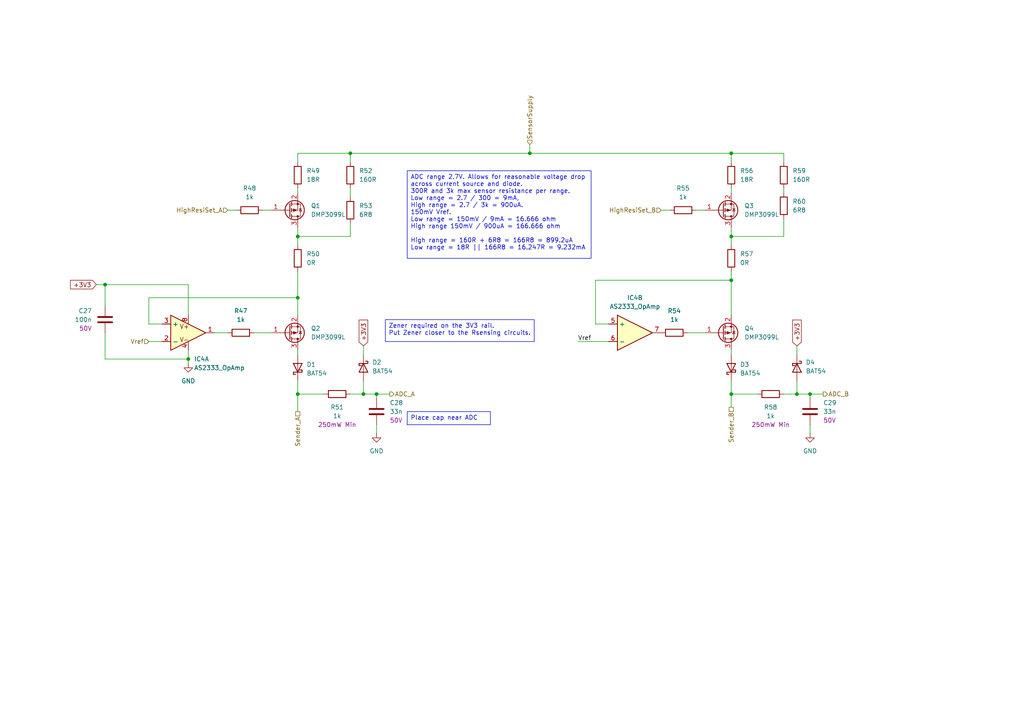
<source format=kicad_sch>
(kicad_sch (version 20250114) (generator "eeschema") (generator_version "9.0")
  (paper "A4")
  (title_block (title "Main architecture") (date "2025-08-10") (rev "1.4") (company "Alex Miller & Martin Roger") (comment 1 "https://github.com/martinroger/VXDash") (comment 2 "https://cadlab.io/projects/vxdash"))
  (lib_symbols
    (symbol "Transistor_FET:Q_PMOS_GSD" (pin_names (offset 0) (hide yes))
      (property "Reference" "Q" (at 5.08 1.905 0))
      (property "Value" "Q_PMOS_GSD" (at 5.08 0 0))
      (symbol "Q_PMOS_GSD_0_1"
        (polyline (pts (xy 0.254 1.905) (xy 0.254 -1.905)) (stroke (width 0.254)))
        (polyline (pts (xy 0.254 0) (xy -2.54 0)))
        (polyline (pts (xy 0.762 2.286) (xy 0.762 1.27)) (stroke (width 0.254)))
        (polyline (pts (xy 0.762 1.778) (xy 3.302 1.778) (xy 3.302 -1.778) (xy 0.762 -1.778)))
        (polyline (pts (xy 0.762 0.508) (xy 0.762 -0.508)) (stroke (width 0.254)))
        (polyline (pts (xy 0.762 -1.27) (xy 0.762 -2.286)) (stroke (width 0.254)))
        (circle (center 1.651 0) (radius 2.794) (stroke (width 0.254)))
        (polyline (pts (xy 2.286 0) (xy 1.27 0.381) (xy 1.27 -0.381) (xy 2.286 0)) (fill (type outline)))
        (polyline (pts (xy 2.54 2.54) (xy 2.54 1.778)))
        (circle (center 2.54 1.778) (radius 0.254) (fill (type outline)))
        (circle (center 2.54 -1.778) (radius 0.254) (fill (type outline)))
        (polyline (pts (xy 2.54 -2.54) (xy 2.54 0) (xy 0.762 0)))
        (polyline (pts (xy 2.921 -0.381) (xy 3.683 -0.381)))
        (polyline (pts (xy 3.302 -0.381) (xy 2.921 0.254) (xy 3.683 0.254) (xy 3.302 -0.381)))
      )
      (symbol "Q_PMOS_GSD_1_1"
        (pin input line (at -5.08 0 0) (length 2.54) (name "G") (number "1"))
        (pin passive line (at 2.54 5.08 270) (length 2.54) (name "D") (number "3"))
        (pin passive line (at 2.54 -5.08 90) (length 2.54) (name "S") (number "2"))
      )
    )
    (symbol "VXDash_ICs:AS2333_OpAmp"
      (property "Reference" "IC" (at 0 5.08 0))
      (property "Value" "AS2333_OpAmp" (at 0 -5.08 0))
      (symbol "AS2333_OpAmp_1_1"
        (polyline (pts (xy -5.08 5.08) (xy 5.08 0) (xy -5.08 -5.08) (xy -5.08 5.08)) (stroke (width 0.254)) (fill (type background)))
        (text "V+" (at -2.54 2.54 0) (effects (font (size 1.27 1.27)) (justify left top)))
        (text "V-" (at -2.54 -1.27 0) (effects (font (size 1.27 1.27)) (justify left top)))
        (pin input line (at -7.62 2.54 0) (length 2.54) (name "+") (number "3"))
        (pin input line (at -7.62 -2.54 0) (length 2.54) (name "-") (number "2"))
        (pin power_in line (at 0 5.08 270) (length 2.54) (name "") (number "8"))
        (pin power_in line (at 0 -5.08 90) (length 2.54) (name "") (number "4"))
        (pin output line (at 7.62 0 180) (length 2.54) (name "~") (number "1"))
      )
      (symbol "AS2333_OpAmp_2_1"
        (polyline (pts (xy -5.08 5.08) (xy 5.08 0) (xy -5.08 -5.08) (xy -5.08 5.08)) (stroke (width 0.254)) (fill (type background)))
        (pin input line (at -7.62 2.54 0) (length 2.54) (name "+") (number "5"))
        (pin input line (at -7.62 -2.54 0) (length 2.54) (name "-") (number "6"))
        (pin output line (at 7.62 0 180) (length 2.54) (name "~") (number "7"))
      )
    )
    (symbol "VXDash_diodes:D_Schottky" (pin_numbers (hide yes)) (pin_names (offset 1.016) (hide yes))
      (property "Reference" "D" (at 0 2.54 0))
      (property "Value" "D_Schottky" (at 0 -2.54 0))
      (symbol "D_Schottky_0_1"
        (polyline (pts (xy -1.905 0.635) (xy -1.905 1.27) (xy -1.27 1.27) (xy -1.27 -1.27) (xy -0.635 -1.27) (xy -0.635 -0.635)) (stroke (width 0.254)))
        (polyline (pts (xy 1.27 1.27) (xy 1.27 -1.27) (xy -1.27 0) (xy 1.27 1.27)) (stroke (width 0.254)))
        (polyline (pts (xy 1.27 0) (xy -1.27 0)))
      )
      (symbol "D_Schottky_1_1"
        (pin passive line (at -3.81 0 0) (length 2.54) (name "K") (number "1"))
        (pin passive line (at 3.81 0 180) (length 2.54) (name "A") (number "2"))
      )
    )
    (symbol "VXDash_passives:Cap_MLCC" (pin_numbers (hide yes)) (pin_names (offset 0.254))
      (property "Reference" "C" (at 2.54 2.54 0))
      (property "Value" "Cap_MLCC" (at 2.54 0 0))
      (property "Voltage" "50V" (at 2.54 -2.54 0))
      (symbol "Cap_MLCC_0_1"
        (polyline (pts (xy -2.032 0.762) (xy 2.032 0.762)) (stroke (width 0.508)))
        (polyline (pts (xy -2.032 -0.762) (xy 2.032 -0.762)) (stroke (width 0.508)))
      )
      (symbol "Cap_MLCC_1_1"
        (pin passive line (at 0 3.81 270) (length 2.794) (name "~") (number "1"))
        (pin passive line (at 0 -3.81 90) (length 2.794) (name "~") (number "2"))
      )
    )
    (symbol "VXDash_passives:Res" (pin_numbers (hide yes)) (pin_names (offset 0))
      (property "Reference" "R" (at 1.27 1.27 0))
      (property "Value" "Res" (at 1.27 -1.27 0))
      (symbol "Res_0_1"
        (rectangle (start -1.016 -2.54) (end 1.016 2.54) (stroke (width 0.254)))
      )
      (symbol "Res_1_1"
        (pin passive line (at 0 3.81 270) (length 1.27) (name "~") (number "1"))
        (pin passive line (at 0 -3.81 90) (length 1.27) (name "~") (number "2"))
      )
    )
    (symbol "power:GND" (power) (pin_numbers (hide yes)) (pin_names (offset 0) (hide yes))
      (property "Value" "GND" (at 0 -3.81 0))
      (symbol "GND_0_1"
        (polyline (pts (xy 0 0) (xy 0 -1.27) (xy 1.27 -1.27) (xy 0 -2.54) (xy -1.27 -1.27) (xy 0 -1.27)))
      )
      (symbol "GND_1_1"
        (pin power_in line (at 0 0 270) (length 0) (name "~") (number "1"))
      )
    )
  )
  (text_box "Place cap near ADC" (at 118.11 119.38 0) (size 24.13 3.81) (margins 0.9525 0.9525 0.9525 0.9525) (effects (font (size 1.27 1.27)) (justify left top)))
  (text_box "Zener required on the 3V3 rail.\nPut Zener closer to the Rsensing circuits." (at 111.76 92.71 0) (size 43.18 6.35) (margins 0.9525 0.9525 0.9525 0.9525) (effects (font (size 1.27 1.27)) (justify left top)))
  (text_box "ADC range 2.7V. Allows for reasonable voltage drop across current source and diode.\n300R and 3k max sensor resistance per range.\nLow range = 2.7 / 300 = 9mA,\nHigh range = 2.7 / 3k = 900uA.\n150mV Vref. \nLow range = 150mV / 9mA = 16.666 ohm\nHigh range 150mV / 900uA = 166.666 ohm\n\nHigh range = 160R + 6R8 = 166R8 = 899.2uA\nLow range = 18R || 166R8 = 16.247R = 9.232mA\n" (at 118.11 49.53 0) (size 53.34 25.4) (margins 0.9525 0.9525 0.9525 0.9525) (effects (font (size 1.27 1.27)) (justify left top)))
  (junction (at 54.61 104.14))
  (junction (at 212.09 68.58))
  (junction (at 234.95 114.3))
  (junction (at 153.67 44.45))
  (junction (at 86.36 114.3))
  (junction (at 212.09 81.28))
  (junction (at 101.6 44.45))
  (junction (at 212.09 114.3))
  (junction (at 231.14 114.3))
  (junction (at 86.36 68.58))
  (junction (at 86.36 86.36))
  (junction (at 212.09 44.45))
  (junction (at 30.48 82.55))
  (junction (at 105.41 114.3))
  (junction (at 109.22 114.3))
  (wire (pts (xy 105.41 114.3) (xy 101.6 114.3)))
  (wire (pts (xy 201.93 60.96) (xy 204.47 60.96)))
  (wire (pts (xy 30.48 96.52) (xy 30.48 104.14)))
  (wire (pts (xy 43.18 93.98) (xy 43.18 86.36)))
  (wire (pts (xy 101.6 54.61) (xy 101.6 57.15)))
  (wire (pts (xy 86.36 114.3) (xy 86.36 119.38)))
  (wire (pts (xy 212.09 78.74) (xy 212.09 81.28)))
  (wire (pts (xy 86.36 68.58) (xy 86.36 71.12)))
  (wire (pts (xy 54.61 104.14) (xy 54.61 105.41)))
  (wire (pts (xy 199.39 96.52) (xy 204.47 96.52)))
  (wire (pts (xy 234.95 115.57) (xy 234.95 114.3)))
  (wire (pts (xy 212.09 66.04) (xy 212.09 68.58)))
  (wire (pts (xy 30.48 104.14) (xy 54.61 104.14)))
  (wire (pts (xy 212.09 114.3) (xy 212.09 110.49)))
  (wire (pts (xy 172.72 93.98) (xy 172.72 81.28)))
  (wire (pts (xy 43.18 86.36) (xy 86.36 86.36)))
  (wire (pts (xy 212.09 81.28) (xy 212.09 91.44)))
  (wire (pts (xy 86.36 44.45) (xy 86.36 46.99)))
  (wire (pts (xy 219.71 114.3) (xy 212.09 114.3)))
  (wire (pts (xy 62.23 96.52) (xy 66.04 96.52)))
  (wire (pts (xy 109.22 114.3) (xy 105.41 114.3)))
  (wire (pts (xy 227.33 63.5) (xy 227.33 68.58)))
  (wire (pts (xy 27.94 82.55) (xy 30.48 82.55)))
  (wire (pts (xy 212.09 68.58) (xy 212.09 71.12)))
  (wire (pts (xy 30.48 82.55) (xy 30.48 88.9)))
  (wire (pts (xy 30.48 82.55) (xy 54.61 82.55)))
  (wire (pts (xy 227.33 68.58) (xy 212.09 68.58)))
  (wire (pts (xy 54.61 82.55) (xy 54.61 91.44)))
  (wire (pts (xy 105.41 100.33) (xy 105.41 102.87)))
  (wire (pts (xy 231.14 100.33) (xy 231.14 102.87)))
  (wire (pts (xy 227.33 44.45) (xy 227.33 46.99)))
  (wire (pts (xy 227.33 54.61) (xy 227.33 55.88)))
  (wire (pts (xy 153.67 41.91) (xy 153.67 44.45)))
  (wire (pts (xy 234.95 123.19) (xy 234.95 125.73)))
  (wire (pts (xy 68.58 60.96) (xy 66.04 60.96)))
  (wire (pts (xy 231.14 114.3) (xy 227.33 114.3)))
  (wire (pts (xy 76.2 60.96) (xy 78.74 60.96)))
  (wire (pts (xy 86.36 114.3) (xy 86.36 110.49)))
  (wire (pts (xy 101.6 44.45) (xy 153.67 44.45)))
  (wire (pts (xy 231.14 110.49) (xy 231.14 114.3)))
  (wire (pts (xy 172.72 81.28) (xy 212.09 81.28)))
  (wire (pts (xy 86.36 86.36) (xy 86.36 91.44)))
  (wire (pts (xy 101.6 68.58) (xy 86.36 68.58)))
  (wire (pts (xy 54.61 101.6) (xy 54.61 104.14)))
  (wire (pts (xy 86.36 101.6) (xy 86.36 102.87)))
  (wire (pts (xy 176.53 93.98) (xy 172.72 93.98)))
  (wire (pts (xy 46.99 93.98) (xy 43.18 93.98)))
  (wire (pts (xy 109.22 115.57) (xy 109.22 114.3)))
  (wire (pts (xy 234.95 114.3) (xy 238.76 114.3)))
  (wire (pts (xy 101.6 64.77) (xy 101.6 68.58)))
  (wire (pts (xy 167.64 99.06) (xy 176.53 99.06)))
  (wire (pts (xy 86.36 44.45) (xy 101.6 44.45)))
  (wire (pts (xy 86.36 78.74) (xy 86.36 86.36)))
  (wire (pts (xy 153.67 44.45) (xy 212.09 44.45)))
  (wire (pts (xy 212.09 44.45) (xy 227.33 44.45)))
  (wire (pts (xy 234.95 114.3) (xy 231.14 114.3)))
  (wire (pts (xy 212.09 44.45) (xy 212.09 46.99)))
  (wire (pts (xy 194.31 60.96) (xy 191.77 60.96)))
  (wire (pts (xy 109.22 123.19) (xy 109.22 125.73)))
  (wire (pts (xy 43.18 99.06) (xy 46.99 99.06)))
  (wire (pts (xy 212.09 101.6) (xy 212.09 102.87)))
  (wire (pts (xy 212.09 114.3) (xy 212.09 118.11)))
  (wire (pts (xy 101.6 44.45) (xy 101.6 46.99)))
  (wire (pts (xy 86.36 66.04) (xy 86.36 68.58)))
  (wire (pts (xy 105.41 110.49) (xy 105.41 114.3)))
  (wire (pts (xy 93.98 114.3) (xy 86.36 114.3)))
  (wire (pts (xy 73.66 96.52) (xy 78.74 96.52)))
  (wire (pts (xy 212.09 54.61) (xy 212.09 55.88)))
  (wire (pts (xy 109.22 114.3) (xy 113.03 114.3)))
  (wire (pts (xy 86.36 54.61) (xy 86.36 55.88)))
  (label "Vref" (at 167.64 99.06 0))
  (global_label "+3V3" (shape input) (at 231.14 100.33 90) (property "Intersheetrefs" "${INTERSHEET_REFS}" (effects (hide yes))))
  (global_label "+3V3" (shape input) (at 27.94 82.55 180) (property "Intersheetrefs" "${INTERSHEET_REFS}" (effects (hide yes))))
  (global_label "+3V3" (shape input) (at 105.41 100.33 90) (property "Intersheetrefs" "${INTERSHEET_REFS}" (effects (hide yes))))
  (hierarchical_label "SensorSupply" (shape input) (at 153.67 41.91 90))
  (hierarchical_label "ADC_B" (shape output) (at 238.76 114.3 0))
  (hierarchical_label "HighResiSet_A" (shape input) (at 66.04 60.96 180))
  (hierarchical_label "HighResiSet_B" (shape input) (at 191.77 60.96 180))
  (hierarchical_label "Sender_A" (shape passive) (at 86.36 119.38 270))
  (hierarchical_label "Vref" (shape input) (at 43.18 99.06 180))
  (hierarchical_label "Sender_B" (shape passive) (at 212.09 118.11 270))
  (hierarchical_label "ADC_A" (shape output) (at 113.03 114.3 0))
  (symbol (lib_id "VXDash_passives:Res") (at 198.12 60.96 90) (unit 1)
    (property "Reference" "R55" (at 198.12 54.61 90))
    (property "Value" "1k" (at 198.12 57.15 90))
    (property "Footprint" "Resistor_SMD:R_0603_1608Metric_Pad0.98x0.95mm_HandSolder" (effects (hide yes)))
    (property "Datasheet" "http://datasheet.octopart.com/RC0603FR-071KL-Yageo-datasheet-141265859.pdf" (effects (hide yes)))
    (property "Tol" "1%" (effects (hide yes)))
    (property "Power" "100mW" (effects (hide yes)))
    (property "MFT" "Yageo" (effects (hide yes)))
    (property "MFT_PN" "RC0603FR-071KL" (effects (hide yes)))
    (property "LCSC" "C22548" (effects (hide yes)))
  )
  (symbol (lib_id "VXDash_diodes:D_Schottky") (at 212.09 106.68 90) (unit 1)
    (property "Reference" "D3" (at 214.63 105.7274 90) (effects (justify right)))
    (property "Value" "BAT54" (at 214.63 108.2674 90) (effects (justify right)))
    (property "Footprint" "Diode_SMD:D_SOD-123" (effects (hide yes)))
    (property "Datasheet" "https://www.onsemi.com/pdf/datasheet/bat54t1-d.pdf" (effects (hide yes)))
    (property "Description" "Schottky diode" (effects (hide yes)))
    (property "MFT" "OnSemi" (effects (hide yes)))
    (property "MFT_PN" "BAT54T1G" (effects (hide yes)))
    (property "LCSC" "C152458" (effects (hide yes)))
  )
  (symbol (lib_id "VXDash_passives:Res") (at 86.36 50.8 180) (unit 1)
    (property "Reference" "R49" (at 88.9 49.5299 0) (effects (justify right)))
    (property "Value" "18R" (at 88.9 52.0699 0) (effects (justify right)))
    (property "Footprint" "Resistor_SMD:R_0603_1608Metric_Pad0.98x0.95mm_HandSolder" (effects (hide yes)))
    (property "Datasheet" "https://www.lcsc.com/datasheet/C245924.pdf" (effects (hide yes)))
    (property "Tol" "1%" (effects (hide yes)))
    (property "Power" "100mW" (effects (hide yes)))
    (property "MFT" "Yageo" (effects (hide yes)))
    (property "MFT_PN" "RC0603FR-0718RL" (effects (hide yes)))
    (property "LCSC" "C245924" (effects (hide yes)))
  )
  (symbol (lib_id "VXDash_passives:Res") (at 72.39 60.96 90) (unit 1)
    (property "Reference" "R48" (at 72.39 54.61 90))
    (property "Value" "1k" (at 72.39 57.15 90))
    (property "Footprint" "Resistor_SMD:R_0603_1608Metric_Pad0.98x0.95mm_HandSolder" (effects (hide yes)))
    (property "Datasheet" "http://datasheet.octopart.com/RC0603FR-071KL-Yageo-datasheet-141265859.pdf" (effects (hide yes)))
    (property "Tol" "1%" (effects (hide yes)))
    (property "Power" "100mW" (effects (hide yes)))
    (property "MFT" "Yageo" (effects (hide yes)))
    (property "MFT_PN" "RC0603FR-071KL" (effects (hide yes)))
    (property "LCSC" "C22548" (effects (hide yes)))
  )
  (symbol (lib_id "Transistor_FET:Q_PMOS_GSD") (at 209.55 60.96 0) (mirror x) (unit 1)
    (property "Reference" "Q3" (at 215.9 59.6899 0) (effects (justify left)))
    (property "Value" "DMP3099L" (at 215.9 62.2299 0) (effects (justify left)))
    (property "Footprint" "Package_TO_SOT_SMD:SOT-23" (effects (hide yes)))
    (property "Datasheet" "https://www.diodes.com/assets/Datasheets/DMP3099L.pdf" (effects (hide yes)))
    (property "Description" "P-MOSFET transistor, gate/source/drain" (effects (hide yes)))
    (property "MFT" "Diodes Inc" (effects (hide yes)))
    (property "MFT_PN" "DMP3099L-7" (effects (hide yes)))
    (property "LCSC" "C155244" (effects (hide yes)))
  )
  (symbol (lib_id "VXDash_passives:Res") (at 97.79 114.3 90) (unit 1)
    (property "Reference" "R51" (at 97.79 118.11 90))
    (property "Value" "1k" (at 97.79 120.65 90))
    (property "Footprint" "Resistor_SMD:R_1206_3216Metric_Pad1.30x1.75mm_HandSolder" (effects (hide yes)))
    (property "Datasheet" "https://www.lcsc.com/datasheet/C131398.pdf" (effects (hide yes)))
    (property "Tol" "1%" (effects (hide yes)))
    (property "Power" "250mW Min" (at 97.79 123.19 90))
    (property "Type" "Thick Film" (effects (hide yes)))
    (property "MFT" "Yageo" (effects (hide yes)))
    (property "MFT_PN" "RC1206FR-071KL" (effects (hide yes)))
    (property "LCSC" "C131398" (effects (hide yes)))
  )
  (symbol (lib_id "power:GND") (at 109.22 125.73 0) (unit 1)
    (property "Reference" "#PWR048" (effects (hide yes)))
    (property "Value" "GND" (at 109.22 130.81 0))
    (property "Description" "Power symbol creates a global label with name \"GND\" , ground" (effects (hide yes)))
  )
  (symbol (lib_id "VXDash_passives:Res") (at 101.6 60.96 180) (unit 1)
    (property "Reference" "R53" (at 104.14 59.6899 0) (effects (justify right)))
    (property "Value" "6R8" (at 104.14 62.2299 0) (effects (justify right)))
    (property "Footprint" "Resistor_SMD:R_0603_1608Metric_Pad0.98x0.95mm_HandSolder" (effects (hide yes)))
    (property "Datasheet" "https://www.lcsc.com/datasheet/C23214.pdf" (effects (hide yes)))
    (property "Tol" "1%" (effects (hide yes)))
    (property "Power" "100mW" (effects (hide yes)))
    (property "MFT" "Royal Ohm" (effects (hide yes)))
    (property "MFT_PN" "0603WAF680KT5E" (effects (hide yes)))
    (property "LCSC" "C23214" (effects (hide yes)))
  )
  (symbol (lib_id "VXDash_passives:Res") (at 212.09 74.93 180) (unit 1)
    (property "Reference" "R57" (at 214.63 73.6599 0) (effects (justify right)))
    (property "Value" "0R" (at 214.63 76.1999 0) (effects (justify right)))
    (property "Footprint" "Resistor_SMD:R_0603_1608Metric_Pad0.98x0.95mm_HandSolder" (effects (hide yes)))
    (property "Datasheet" "http://datasheet.octopart.com/0603WAF0000T5E-Royal-Ohm-datasheet-165785611.pdf" (effects (hide yes)))
    (property "Tol" "1%" (effects (hide yes)))
    (property "Power" "100mW" (effects (hide yes)))
    (property "MFT" "Royal Ohm" (effects (hide yes)))
    (property "MFT_PN" "0603WAF0000T5E" (effects (hide yes)))
    (property "LCSC" "C21189" (effects (hide yes)))
  )
  (symbol (lib_id "power:GND") (at 54.61 105.41 0) (unit 1)
    (property "Reference" "#PWR047" (effects (hide yes)))
    (property "Value" "GND" (at 54.61 110.49 0))
    (property "Description" "Power symbol creates a global label with name \"GND\" , ground" (effects (hide yes)))
  )
  (symbol (lib_id "VXDash_passives:Res") (at 227.33 59.69 180) (unit 1)
    (property "Reference" "R60" (at 229.87 58.4199 0) (effects (justify right)))
    (property "Value" "6R8" (at 229.87 60.9599 0) (effects (justify right)))
    (property "Footprint" "Resistor_SMD:R_0603_1608Metric_Pad0.98x0.95mm_HandSolder" (effects (hide yes)))
    (property "Datasheet" "https://www.lcsc.com/datasheet/C23214.pdf" (effects (hide yes)))
    (property "Tol" "1%" (effects (hide yes)))
    (property "Power" "100mW" (effects (hide yes)))
    (property "MFT" "Royal Ohm" (effects (hide yes)))
    (property "MFT_PN" "0603WAF680KT5E" (effects (hide yes)))
    (property "LCSC" "C23214" (effects (hide yes)))
  )
  (symbol (lib_id "VXDash_diodes:D_Schottky") (at 86.36 106.68 90) (unit 1)
    (property "Reference" "D1" (at 88.9 105.7274 90) (effects (justify right)))
    (property "Value" "BAT54" (at 88.9 108.2674 90) (effects (justify right)))
    (property "Footprint" "Diode_SMD:D_SOD-123" (effects (hide yes)))
    (property "Datasheet" "https://www.onsemi.com/pdf/datasheet/bat54t1-d.pdf" (effects (hide yes)))
    (property "Description" "Schottky diode" (effects (hide yes)))
    (property "MFT" "OnSemi" (effects (hide yes)))
    (property "MFT_PN" "BAT54T1G" (effects (hide yes)))
    (property "LCSC" "C152458" (effects (hide yes)))
  )
  (symbol (lib_id "VXDash_passives:Cap_MLCC") (at 109.22 119.38 180) (unit 1)
    (property "Reference" "C28" (at 113.03 116.8399 0) (effects (justify right)))
    (property "Value" "33n" (at 113.03 119.3799 0) (effects (justify right)))
    (property "Footprint" "Capacitor_SMD:C_0603_1608Metric_Pad1.08x0.95mm_HandSolder" (effects (hide yes)))
    (property "Datasheet" "https://www.lcsc.com/datasheet/C106856.pdf" (effects (hide yes)))
    (property "Description" "Ceremic capacitor" (effects (hide yes)))
    (property "Voltage" "50V" (at 113.03 121.9199 0) (effects (justify right)))
    (property "Tol" "10%" (effects (hide yes)))
    (property "Dielectric" "X7R" (effects (hide yes)))
    (property "MFT" "Yageo" (effects (hide yes)))
    (property "MFT_PN" "CC0603KRX7R9BB333" (effects (hide yes)))
    (property "LCSC" "C106856" (effects (hide yes)))
  )
  (symbol (lib_id "VXDash_ICs:AS2333_OpAmp") (at 184.15 96.52 0) (unit 2)
    (property "Reference" "IC4" (at 184.15 86.36 0))
    (property "Value" "AS2333_OpAmp" (at 184.15 88.9 0))
    (property "Footprint" "Package_SO:MSOP-8_3x3mm_P0.65mm" (effects (hide yes)))
    (property "Datasheet" "https://www.diodes.com/assets/Datasheets/AS2333.pdf" (effects (hide yes)))
    (property "Description" "1.8V, MICROPOWER CMOS ZERO-DRIFT OPERATIONAL AMPLIFIERS" (effects (hide yes)))
    (property "MFT" "Diode Inc" (effects (hide yes)))
    (property "MFT_PN" "AS2333M8-13" (effects (hide yes)))
    (property "LCSC" "C5948553" (effects (hide yes)))
  )
  (symbol (lib_id "VXDash_ICs:AS2333_OpAmp") (at 54.61 96.52 0) (unit 1)
    (property "Reference" "IC4" (at 56.2611 104.14 0) (effects (justify left)))
    (property "Value" "AS2333_OpAmp" (at 56.2611 106.68 0) (effects (justify left)))
    (property "Footprint" "Package_SO:MSOP-8_3x3mm_P0.65mm" (effects (hide yes)))
    (property "Datasheet" "https://www.diodes.com/assets/Datasheets/AS2333.pdf" (effects (hide yes)))
    (property "Description" "1.8V, MICROPOWER CMOS ZERO-DRIFT OPERATIONAL AMPLIFIERS" (effects (hide yes)))
    (property "MFT" "Diode Inc" (effects (hide yes)))
    (property "MFT_PN" "AS2333M8-13" (effects (hide yes)))
    (property "LCSC" "C5948553" (effects (hide yes)))
  )
  (symbol (lib_id "VXDash_passives:Cap_MLCC") (at 234.95 119.38 180) (unit 1)
    (property "Reference" "C29" (at 238.76 116.8399 0) (effects (justify right)))
    (property "Value" "33n" (at 238.76 119.3799 0) (effects (justify right)))
    (property "Footprint" "Capacitor_SMD:C_0603_1608Metric_Pad1.08x0.95mm_HandSolder" (effects (hide yes)))
    (property "Datasheet" "https://www.lcsc.com/datasheet/C106856.pdf" (effects (hide yes)))
    (property "Description" "Ceremic capacitor" (effects (hide yes)))
    (property "Voltage" "50V" (at 238.76 121.9199 0) (effects (justify right)))
    (property "Tol" "10%" (effects (hide yes)))
    (property "Dielectric" "X7R" (effects (hide yes)))
    (property "MFT" "Yageo" (effects (hide yes)))
    (property "MFT_PN" "CC0603KRX7R9BB333" (effects (hide yes)))
    (property "LCSC" "C106856" (effects (hide yes)))
  )
  (symbol (lib_id "VXDash_passives:Res") (at 195.58 96.52 90) (unit 1)
    (property "Reference" "R54" (at 195.58 90.17 90))
    (property "Value" "1k" (at 195.58 92.71 90))
    (property "Footprint" "Resistor_SMD:R_0603_1608Metric_Pad0.98x0.95mm_HandSolder" (effects (hide yes)))
    (property "Datasheet" "http://datasheet.octopart.com/RC0603FR-071KL-Yageo-datasheet-141265859.pdf" (effects (hide yes)))
    (property "Tol" "1%" (effects (hide yes)))
    (property "Power" "100mW" (effects (hide yes)))
    (property "MFT" "Yageo" (effects (hide yes)))
    (property "MFT_PN" "RC0603FR-071KL" (effects (hide yes)))
    (property "LCSC" "C22548" (effects (hide yes)))
  )
  (symbol (lib_id "VXDash_passives:Res") (at 227.33 50.8 180) (unit 1)
    (property "Reference" "R59" (at 229.87 49.5299 0) (effects (justify right)))
    (property "Value" "160R" (at 229.87 52.0699 0) (effects (justify right)))
    (property "Footprint" "Resistor_SMD:R_0603_1608Metric_Pad0.98x0.95mm_HandSolder" (effects (hide yes)))
    (property "Datasheet" "https://www.lcsc.com/datasheet/C185369.pdf" (effects (hide yes)))
    (property "Tol" "1%" (effects (hide yes)))
    (property "Power" "100mW" (effects (hide yes)))
    (property "MFT" "Yageo" (effects (hide yes)))
    (property "MFT_PN" "RC0603FR-07160RL" (effects (hide yes)))
    (property "LCSC" "C185369" (effects (hide yes)))
  )
  (symbol (lib_id "Transistor_FET:Q_PMOS_GSD") (at 83.82 60.96 0) (mirror x) (unit 1)
    (property "Reference" "Q1" (at 90.17 59.6899 0) (effects (justify left)))
    (property "Value" "DMP3099L" (at 90.17 62.2299 0) (effects (justify left)))
    (property "Footprint" "Package_TO_SOT_SMD:SOT-23" (effects (hide yes)))
    (property "Datasheet" "https://www.diodes.com/assets/Datasheets/DMP3099L.pdf" (effects (hide yes)))
    (property "Description" "P-MOSFET transistor, gate/source/drain" (effects (hide yes)))
    (property "MFT" "Diodes Inc" (effects (hide yes)))
    (property "MFT_PN" "DMP3099L-7" (effects (hide yes)))
    (property "LCSC" "C155244" (effects (hide yes)))
  )
  (symbol (lib_id "VXDash_diodes:D_Schottky") (at 231.14 106.68 270) (unit 1)
    (property "Reference" "D4" (at 233.68 105.0924 90) (effects (justify left)))
    (property "Value" "BAT54" (at 233.68 107.6324 90) (effects (justify left)))
    (property "Footprint" "Diode_SMD:D_SOD-123" (effects (hide yes)))
    (property "Datasheet" "https://www.onsemi.com/pdf/datasheet/bat54t1-d.pdf" (effects (hide yes)))
    (property "Description" "Schottky diode" (effects (hide yes)))
    (property "MFT" "OnSemi" (effects (hide yes)))
    (property "MFT_PN" "BAT54T1G" (effects (hide yes)))
    (property "LCSC" "C152458" (effects (hide yes)))
  )
  (symbol (lib_id "VXDash_passives:Cap_MLCC") (at 30.48 92.71 0) (mirror x) (unit 1)
    (property "Reference" "C27" (at 26.67 90.1699 0) (effects (justify right)))
    (property "Value" "100n" (at 26.67 92.7099 0) (effects (justify right)))
    (property "Footprint" "Capacitor_SMD:C_0603_1608Metric_Pad1.08x0.95mm_HandSolder" (effects (hide yes)))
    (property "Datasheet" "http://datasheet.octopart.com/CL10B104KB8NNWC-Samsung-datasheet-8326407.pdf" (effects (hide yes)))
    (property "Description" "Ceremic capacitor" (effects (hide yes)))
    (property "Voltage" "50V" (at 26.67 95.2499 0) (effects (justify right)))
    (property "Tol" "10%" (effects (hide yes)))
    (property "Dielectric" "X7R" (effects (hide yes)))
    (property "MFT" "Samsung Electro-Mechanics" (effects (hide yes)))
    (property "MFT_PN" "CL10B104KB8NNWC" (effects (hide yes)))
    (property "LCSC" "C16194176" (effects (hide yes)))
  )
  (symbol (lib_id "VXDash_passives:Res") (at 86.36 74.93 180) (unit 1)
    (property "Reference" "R50" (at 88.9 73.6599 0) (effects (justify right)))
    (property "Value" "0R" (at 88.9 76.1999 0) (effects (justify right)))
    (property "Footprint" "Resistor_SMD:R_0603_1608Metric_Pad0.98x0.95mm_HandSolder" (effects (hide yes)))
    (property "Datasheet" "http://datasheet.octopart.com/0603WAF0000T5E-Royal-Ohm-datasheet-165785611.pdf" (effects (hide yes)))
    (property "Tol" "1%" (effects (hide yes)))
    (property "Power" "100mW" (effects (hide yes)))
    (property "MFT" "Royal Ohm" (effects (hide yes)))
    (property "MFT_PN" "0603WAF0000T5E" (effects (hide yes)))
    (property "LCSC" "C21189" (effects (hide yes)))
  )
  (symbol (lib_id "Transistor_FET:Q_PMOS_GSD") (at 209.55 96.52 0) (mirror x) (unit 1)
    (property "Reference" "Q4" (at 215.9 95.2499 0) (effects (justify left)))
    (property "Value" "DMP3099L" (at 215.9 97.7899 0) (effects (justify left)))
    (property "Footprint" "Package_TO_SOT_SMD:SOT-23" (effects (hide yes)))
    (property "Datasheet" "https://www.diodes.com/assets/Datasheets/DMP3099L.pdf" (effects (hide yes)))
    (property "Description" "P-MOSFET transistor, gate/source/drain" (effects (hide yes)))
    (property "MFT" "Diodes Inc" (effects (hide yes)))
    (property "MFT_PN" "DMP3099L-7" (effects (hide yes)))
    (property "LCSC" "C155244" (effects (hide yes)))
  )
  (symbol (lib_id "VXDash_passives:Res") (at 223.52 114.3 90) (unit 1)
    (property "Reference" "R58" (at 223.52 118.11 90))
    (property "Value" "1k" (at 223.52 120.65 90))
    (property "Footprint" "Resistor_SMD:R_1206_3216Metric_Pad1.30x1.75mm_HandSolder" (effects (hide yes)))
    (property "Datasheet" "https://www.lcsc.com/datasheet/C131398.pdf" (effects (hide yes)))
    (property "Tol" "1%" (effects (hide yes)))
    (property "Power" "250mW Min" (at 223.52 123.19 90))
    (property "Type" "Thick Film" (effects (hide yes)))
    (property "MFT" "Yageo" (effects (hide yes)))
    (property "MFT_PN" "RC1206FR-071KL" (effects (hide yes)))
    (property "LCSC" "C131398" (effects (hide yes)))
  )
  (symbol (lib_id "VXDash_passives:Res") (at 101.6 50.8 180) (unit 1)
    (property "Reference" "R52" (at 104.14 49.5299 0) (effects (justify right)))
    (property "Value" "160R" (at 104.14 52.0699 0) (effects (justify right)))
    (property "Footprint" "Resistor_SMD:R_0603_1608Metric_Pad0.98x0.95mm_HandSolder" (effects (hide yes)))
    (property "Datasheet" "https://www.lcsc.com/datasheet/C185369.pdf" (effects (hide yes)))
    (property "Tol" "1%" (effects (hide yes)))
    (property "Power" "100mW" (effects (hide yes)))
    (property "MFT" "Yageo" (effects (hide yes)))
    (property "MFT_PN" "RC0603FR-07160RL" (effects (hide yes)))
    (property "LCSC" "C185369" (effects (hide yes)))
  )
  (symbol (lib_id "Transistor_FET:Q_PMOS_GSD") (at 83.82 96.52 0) (mirror x) (unit 1)
    (property "Reference" "Q2" (at 90.17 95.2499 0) (effects (justify left)))
    (property "Value" "DMP3099L" (at 90.17 97.7899 0) (effects (justify left)))
    (property "Footprint" "Package_TO_SOT_SMD:SOT-23" (effects (hide yes)))
    (property "Datasheet" "https://www.diodes.com/assets/Datasheets/DMP3099L.pdf" (effects (hide yes)))
    (property "Description" "P-MOSFET transistor, gate/source/drain" (effects (hide yes)))
    (property "MFT" "Diodes Inc" (effects (hide yes)))
    (property "MFT_PN" "DMP3099L-7" (effects (hide yes)))
    (property "LCSC" "C155244" (effects (hide yes)))
  )
  (symbol (lib_id "VXDash_diodes:D_Schottky") (at 105.41 106.68 270) (unit 1)
    (property "Reference" "D2" (at 107.95 105.0924 90) (effects (justify left)))
    (property "Value" "BAT54" (at 107.95 107.6324 90) (effects (justify left)))
    (property "Footprint" "Diode_SMD:D_SOD-123" (effects (hide yes)))
    (property "Datasheet" "https://www.onsemi.com/pdf/datasheet/bat54t1-d.pdf" (effects (hide yes)))
    (property "Description" "Schottky diode" (effects (hide yes)))
    (property "MFT" "OnSemi" (effects (hide yes)))
    (property "MFT_PN" "BAT54T1G" (effects (hide yes)))
    (property "LCSC" "C152458" (effects (hide yes)))
  )
  (symbol (lib_id "VXDash_passives:Res") (at 212.09 50.8 180) (unit 1)
    (property "Reference" "R56" (at 214.63 49.5299 0) (effects (justify right)))
    (property "Value" "18R" (at 214.63 52.0699 0) (effects (justify right)))
    (property "Footprint" "Resistor_SMD:R_0603_1608Metric_Pad0.98x0.95mm_HandSolder" (effects (hide yes)))
    (property "Datasheet" "https://www.lcsc.com/datasheet/C245924.pdf" (effects (hide yes)))
    (property "Tol" "1%" (effects (hide yes)))
    (property "Power" "100mW" (effects (hide yes)))
    (property "MFT" "Yageo" (effects (hide yes)))
    (property "MFT_PN" "RC0603FR-0718RL" (effects (hide yes)))
    (property "LCSC" "C245924" (effects (hide yes)))
  )
  (symbol (lib_id "VXDash_passives:Res") (at 69.85 96.52 90) (unit 1)
    (property "Reference" "R47" (at 69.85 90.17 90))
    (property "Value" "1k" (at 69.85 92.71 90))
    (property "Footprint" "Resistor_SMD:R_0603_1608Metric_Pad0.98x0.95mm_HandSolder" (effects (hide yes)))
    (property "Datasheet" "http://datasheet.octopart.com/RC0603FR-071KL-Yageo-datasheet-141265859.pdf" (effects (hide yes)))
    (property "Tol" "1%" (effects (hide yes)))
    (property "Power" "100mW" (effects (hide yes)))
    (property "MFT" "Yageo" (effects (hide yes)))
    (property "MFT_PN" "RC0603FR-071KL" (effects (hide yes)))
    (property "LCSC" "C22548" (effects (hide yes)))
  )
  (symbol (lib_id "power:GND") (at 234.95 125.73 0) (unit 1)
    (property "Reference" "#PWR049" (effects (hide yes)))
    (property "Value" "GND" (at 234.95 130.81 0))
    (property "Description" "Power symbol creates a global label with name \"GND\" , ground" (effects (hide yes)))
  )
)
</source>
